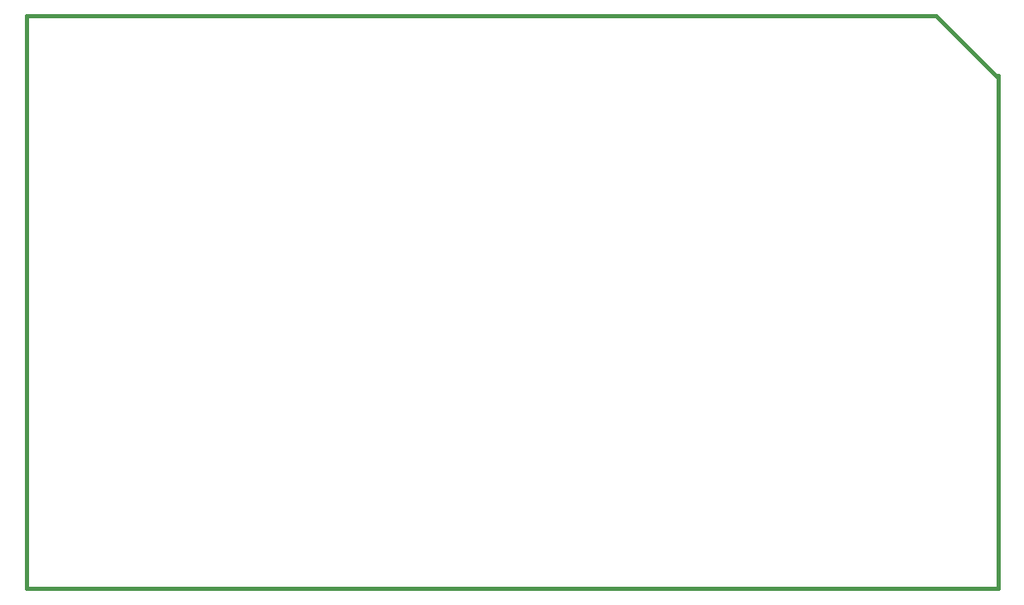
<source format=gbr>
G04 (created by PCBNEW-RS274X (2012-01-10 BZR 3351)-testing) date Saturday, January 28, 2012 03:26:41 PM*
G01*
G70*
G90*
%MOIN*%
G04 Gerber Fmt 3.4, Leading zero omitted, Abs format*
%FSLAX34Y34*%
G04 APERTURE LIST*
%ADD10C,0.006000*%
%ADD11C,0.015000*%
G04 APERTURE END LIST*
G54D10*
G54D11*
X31000Y-51000D02*
X31000Y-30000D01*
X70000Y-51000D02*
X31000Y-51000D01*
X70000Y-50800D02*
X70000Y-51000D01*
X70000Y-30400D02*
X70000Y-50800D01*
X67500Y-28000D02*
X31000Y-28000D01*
X67500Y-28000D02*
X70000Y-30500D01*
X31000Y-30000D02*
X31000Y-28000D01*
M02*

</source>
